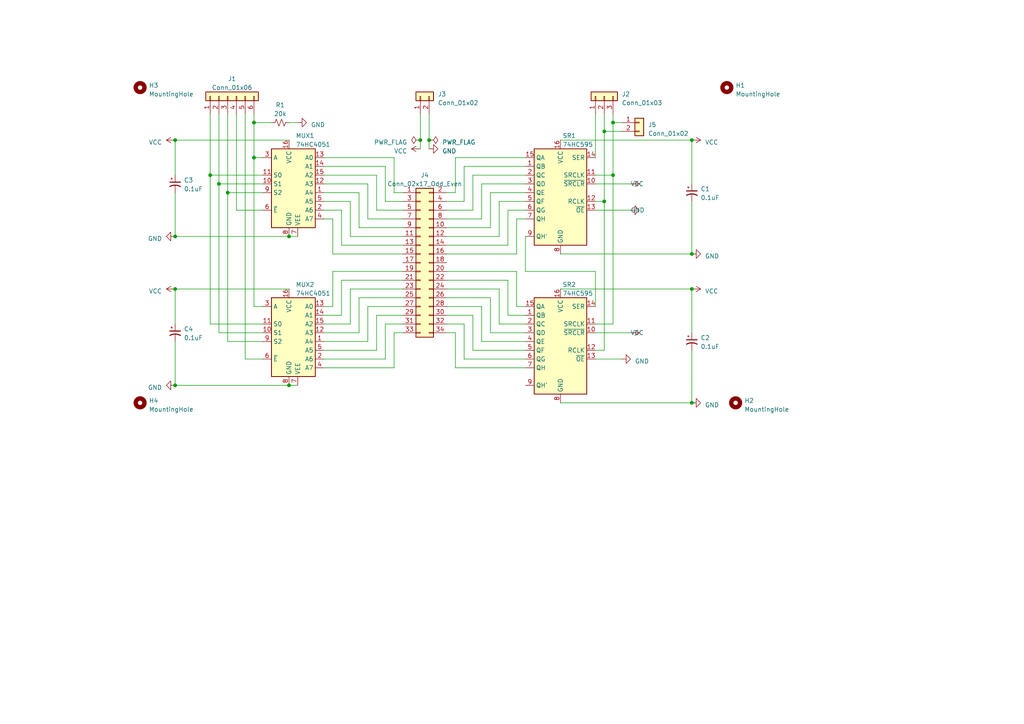
<source format=kicad_sch>
(kicad_sch (version 20230121) (generator eeschema)
  (paper "A4")
  (lib_symbols
    (symbol "74xx:74HC4051"
      (property "Reference" "U" (at -5.08 11.43 0))
      (property "Value" "74HC4051" (at -7.62 -13.97 0))
      (symbol "74HC4051_0_1"
        (rectangle (start -5.08 10.16) (end 7.62 -12.7) (stroke (width 0.254)) (fill (type background)))
      )
      (symbol "74HC4051_1_1"
        (pin passive line (at 10.16 -2.54 180) (length 2.54) (name "A4") (number "1"))
        (pin input line (at -7.62 0 0) (length 2.54) (name "S1") (number "10"))
        (pin input line (at -7.62 2.54 0) (length 2.54) (name "S0") (number "11"))
        (pin passive line (at 10.16 0 180) (length 2.54) (name "A3") (number "12"))
        (pin passive line (at 10.16 7.62 180) (length 2.54) (name "A0") (number "13"))
        (pin passive line (at 10.16 5.08 180) (length 2.54) (name "A1") (number "14"))
        (pin passive line (at 10.16 2.54 180) (length 2.54) (name "A2") (number "15"))
        (pin power_in line (at 0 12.7 270) (length 2.54) (name "VCC") (number "16"))
        (pin passive line (at 10.16 -7.62 180) (length 2.54) (name "A6") (number "2"))
        (pin passive line (at -7.62 7.62 0) (length 2.54) (name "A") (number "3"))
        (pin passive line (at 10.16 -10.16 180) (length 2.54) (name "A7") (number "4"))
        (pin passive line (at 10.16 -5.08 180) (length 2.54) (name "A5") (number "5"))
        (pin input line (at -7.62 -7.62 0) (length 2.54) (name "~{E}") (number "6"))
        (pin power_in line (at 2.54 -15.24 90) (length 2.54) (name "VEE") (number "7"))
        (pin power_in line (at 0 -15.24 90) (length 2.54) (name "GND") (number "8"))
        (pin input line (at -7.62 -2.54 0) (length 2.54) (name "S2") (number "9"))
      )
    )
    (symbol "74xx:74HC595"
      (property "Reference" "U" (at -7.62 13.97 0))
      (property "Value" "74HC595" (at -7.62 -16.51 0))
      (symbol "74HC595_1_0"
        (pin tri_state line (at 10.16 7.62 180) (length 2.54) (name "QB") (number "1"))
        (pin input line (at -10.16 2.54 0) (length 2.54) (name "~{SRCLR}") (number "10"))
        (pin input line (at -10.16 5.08 0) (length 2.54) (name "SRCLK") (number "11"))
        (pin input line (at -10.16 -2.54 0) (length 2.54) (name "RCLK") (number "12"))
        (pin input line (at -10.16 -5.08 0) (length 2.54) (name "~{OE}") (number "13"))
        (pin input line (at -10.16 10.16 0) (length 2.54) (name "SER") (number "14"))
        (pin tri_state line (at 10.16 10.16 180) (length 2.54) (name "QA") (number "15"))
        (pin power_in line (at 0 15.24 270) (length 2.54) (name "VCC") (number "16"))
        (pin tri_state line (at 10.16 5.08 180) (length 2.54) (name "QC") (number "2"))
        (pin tri_state line (at 10.16 2.54 180) (length 2.54) (name "QD") (number "3"))
        (pin tri_state line (at 10.16 0 180) (length 2.54) (name "QE") (number "4"))
        (pin tri_state line (at 10.16 -2.54 180) (length 2.54) (name "QF") (number "5"))
        (pin tri_state line (at 10.16 -5.08 180) (length 2.54) (name "QG") (number "6"))
        (pin tri_state line (at 10.16 -7.62 180) (length 2.54) (name "QH") (number "7"))
        (pin power_in line (at 0 -17.78 90) (length 2.54) (name "GND") (number "8"))
        (pin output line (at 10.16 -12.7 180) (length 2.54) (name "QH'") (number "9"))
      )
      (symbol "74HC595_1_1"
        (rectangle (start -7.62 12.7) (end 7.62 -15.24) (stroke (width 0.254)) (fill (type background)))
      )
    )
    (symbol "Connector_Generic:Conn_01x02" (pin_names (offset 1.016) hide)
      (property "Reference" "J" (at 0 2.54 0))
      (property "Value" "Conn_01x02" (at 0 -5.08 0))
      (symbol "Conn_01x02_1_1"
        (rectangle (start -1.27 -2.413) (end 0 -2.667) (stroke (width 0.1524)))
        (rectangle (start -1.27 0.127) (end 0 -0.127) (stroke (width 0.1524)))
        (rectangle (start -1.27 1.27) (end 1.27 -3.81) (stroke (width 0.254)) (fill (type background)))
        (pin passive line (at -5.08 0 0) (length 3.81) (name "Pin_1") (number "1"))
        (pin passive line (at -5.08 -2.54 0) (length 3.81) (name "Pin_2") (number "2"))
      )
    )
    (symbol "Connector_Generic:Conn_01x03" (pin_names (offset 1.016) hide)
      (property "Reference" "J" (at 0 5.08 0))
      (property "Value" "Conn_01x03" (at 0 -5.08 0))
      (symbol "Conn_01x03_1_1"
        (rectangle (start -1.27 -2.413) (end 0 -2.667) (stroke (width 0.1524)))
        (rectangle (start -1.27 0.127) (end 0 -0.127) (stroke (width 0.1524)))
        (rectangle (start -1.27 2.667) (end 0 2.413) (stroke (width 0.1524)))
        (rectangle (start -1.27 3.81) (end 1.27 -3.81) (stroke (width 0.254)) (fill (type background)))
        (pin passive line (at -5.08 2.54 0) (length 3.81) (name "Pin_1") (number "1"))
        (pin passive line (at -5.08 0 0) (length 3.81) (name "Pin_2") (number "2"))
        (pin passive line (at -5.08 -2.54 0) (length 3.81) (name "Pin_3") (number "3"))
      )
    )
    (symbol "Connector_Generic:Conn_01x06" (pin_names (offset 1.016) hide)
      (property "Reference" "J" (at 0 7.62 0))
      (property "Value" "Conn_01x06" (at 0 -10.16 0))
      (symbol "Conn_01x06_1_1"
        (rectangle (start -1.27 -7.493) (end 0 -7.747) (stroke (width 0.1524)))
        (rectangle (start -1.27 -4.953) (end 0 -5.207) (stroke (width 0.1524)))
        (rectangle (start -1.27 -2.413) (end 0 -2.667) (stroke (width 0.1524)))
        (rectangle (start -1.27 0.127) (end 0 -0.127) (stroke (width 0.1524)))
        (rectangle (start -1.27 2.667) (end 0 2.413) (stroke (width 0.1524)))
        (rectangle (start -1.27 5.207) (end 0 4.953) (stroke (width 0.1524)))
        (rectangle (start -1.27 6.35) (end 1.27 -8.89) (stroke (width 0.254)) (fill (type background)))
        (pin passive line (at -5.08 5.08 0) (length 3.81) (name "Pin_1") (number "1"))
        (pin passive line (at -5.08 2.54 0) (length 3.81) (name "Pin_2") (number "2"))
        (pin passive line (at -5.08 0 0) (length 3.81) (name "Pin_3") (number "3"))
        (pin passive line (at -5.08 -2.54 0) (length 3.81) (name "Pin_4") (number "4"))
        (pin passive line (at -5.08 -5.08 0) (length 3.81) (name "Pin_5") (number "5"))
        (pin passive line (at -5.08 -7.62 0) (length 3.81) (name "Pin_6") (number "6"))
      )
    )
    (symbol "Connector_Generic:Conn_02x17_Odd_Even" (pin_names (offset 1.016) hide)
      (property "Reference" "J" (at 1.27 22.86 0))
      (property "Value" "Conn_02x17_Odd_Even" (at 1.27 -22.86 0))
      (symbol "Conn_02x17_Odd_Even_1_1"
        (rectangle (start -1.27 -20.193) (end 0 -20.447) (stroke (width 0.1524)))
        (rectangle (start -1.27 -17.653) (end 0 -17.907) (stroke (width 0.1524)))
        (rectangle (start -1.27 -15.113) (end 0 -15.367) (stroke (width 0.1524)))
        (rectangle (start -1.27 -12.573) (end 0 -12.827) (stroke (width 0.1524)))
        (rectangle (start -1.27 -10.033) (end 0 -10.287) (stroke (width 0.1524)))
        (rectangle (start -1.27 -7.493) (end 0 -7.747) (stroke (width 0.1524)))
        (rectangle (start -1.27 -4.953) (end 0 -5.207) (stroke (width 0.1524)))
        (rectangle (start -1.27 -2.413) (end 0 -2.667) (stroke (width 0.1524)))
        (rectangle (start -1.27 0.127) (end 0 -0.127) (stroke (width 0.1524)))
        (rectangle (start -1.27 2.667) (end 0 2.413) (stroke (width 0.1524)))
        (rectangle (start -1.27 5.207) (end 0 4.953) (stroke (width 0.1524)))
        (rectangle (start -1.27 7.747) (end 0 7.493) (stroke (width 0.1524)))
        (rectangle (start -1.27 10.287) (end 0 10.033) (stroke (width 0.1524)))
        (rectangle (start -1.27 12.827) (end 0 12.573) (stroke (width 0.1524)))
        (rectangle (start -1.27 15.367) (end 0 15.113) (stroke (width 0.1524)))
        (rectangle (start -1.27 17.907) (end 0 17.653) (stroke (width 0.1524)))
        (rectangle (start -1.27 20.447) (end 0 20.193) (stroke (width 0.1524)))
        (rectangle (start -1.27 21.59) (end 3.81 -21.59) (stroke (width 0.254)) (fill (type background)))
        (rectangle (start 3.81 -20.193) (end 2.54 -20.447) (stroke (width 0.1524)))
        (rectangle (start 3.81 -17.653) (end 2.54 -17.907) (stroke (width 0.1524)))
        (rectangle (start 3.81 -15.113) (end 2.54 -15.367) (stroke (width 0.1524)))
        (rectangle (start 3.81 -12.573) (end 2.54 -12.827) (stroke (width 0.1524)))
        (rectangle (start 3.81 -10.033) (end 2.54 -10.287) (stroke (width 0.1524)))
        (rectangle (start 3.81 -7.493) (end 2.54 -7.747) (stroke (width 0.1524)))
        (rectangle (start 3.81 -4.953) (end 2.54 -5.207) (stroke (width 0.1524)))
        (rectangle (start 3.81 -2.413) (end 2.54 -2.667) (stroke (width 0.1524)))
        (rectangle (start 3.81 0.127) (end 2.54 -0.127) (stroke (width 0.1524)))
        (rectangle (start 3.81 2.667) (end 2.54 2.413) (stroke (width 0.1524)))
        (rectangle (start 3.81 5.207) (end 2.54 4.953) (stroke (width 0.1524)))
        (rectangle (start 3.81 7.747) (end 2.54 7.493) (stroke (width 0.1524)))
        (rectangle (start 3.81 10.287) (end 2.54 10.033) (stroke (width 0.1524)))
        (rectangle (start 3.81 12.827) (end 2.54 12.573) (stroke (width 0.1524)))
        (rectangle (start 3.81 15.367) (end 2.54 15.113) (stroke (width 0.1524)))
        (rectangle (start 3.81 17.907) (end 2.54 17.653) (stroke (width 0.1524)))
        (rectangle (start 3.81 20.447) (end 2.54 20.193) (stroke (width 0.1524)))
        (pin passive line (at -5.08 20.32 0) (length 3.81) (name "Pin_1") (number "1"))
        (pin passive line (at 7.62 10.16 180) (length 3.81) (name "Pin_10") (number "10"))
        (pin passive line (at -5.08 7.62 0) (length 3.81) (name "Pin_11") (number "11"))
        (pin passive line (at 7.62 7.62 180) (length 3.81) (name "Pin_12") (number "12"))
        (pin passive line (at -5.08 5.08 0) (length 3.81) (name "Pin_13") (number "13"))
        (pin passive line (at 7.62 5.08 180) (length 3.81) (name "Pin_14") (number "14"))
        (pin passive line (at -5.08 2.54 0) (length 3.81) (name "Pin_15") (number "15"))
        (pin passive line (at 7.62 2.54 180) (length 3.81) (name "Pin_16") (number "16"))
        (pin passive line (at -5.08 0 0) (length 3.81) (name "Pin_17") (number "17"))
        (pin passive line (at 7.62 0 180) (length 3.81) (name "Pin_18") (number "18"))
        (pin passive line (at -5.08 -2.54 0) (length 3.81) (name "Pin_19") (number "19"))
        (pin passive line (at 7.62 20.32 180) (length 3.81) (name "Pin_2") (number "2"))
        (pin passive line (at 7.62 -2.54 180) (length 3.81) (name "Pin_20") (number "20"))
        (pin passive line (at -5.08 -5.08 0) (length 3.81) (name "Pin_21") (number "21"))
        (pin passive line (at 7.62 -5.08 180) (length 3.81) (name "Pin_22") (number "22"))
        (pin passive line (at -5.08 -7.62 0) (length 3.81) (name "Pin_23") (number "23"))
        (pin passive line (at 7.62 -7.62 180) (length 3.81) (name "Pin_24") (number "24"))
        (pin passive line (at -5.08 -10.16 0) (length 3.81) (name "Pin_25") (number "25"))
        (pin passive line (at 7.62 -10.16 180) (length 3.81) (name "Pin_26") (number "26"))
        (pin passive line (at -5.08 -12.7 0) (length 3.81) (name "Pin_27") (number "27"))
        (pin passive line (at 7.62 -12.7 180) (length 3.81) (name "Pin_28") (number "28"))
        (pin passive line (at -5.08 -15.24 0) (length 3.81) (name "Pin_29") (number "29"))
        (pin passive line (at -5.08 17.78 0) (length 3.81) (name "Pin_3") (number "3"))
        (pin passive line (at 7.62 -15.24 180) (length 3.81) (name "Pin_30") (number "30"))
        (pin passive line (at -5.08 -17.78 0) (length 3.81) (name "Pin_31") (number "31"))
        (pin passive line (at 7.62 -17.78 180) (length 3.81) (name "Pin_32") (number "32"))
        (pin passive line (at -5.08 -20.32 0) (length 3.81) (name "Pin_33") (number "33"))
        (pin passive line (at 7.62 -20.32 180) (length 3.81) (name "Pin_34") (number "34"))
        (pin passive line (at 7.62 17.78 180) (length 3.81) (name "Pin_4") (number "4"))
        (pin passive line (at -5.08 15.24 0) (length 3.81) (name "Pin_5") (number "5"))
        (pin passive line (at 7.62 15.24 180) (length 3.81) (name "Pin_6") (number "6"))
        (pin passive line (at -5.08 12.7 0) (length 3.81) (name "Pin_7") (number "7"))
        (pin passive line (at 7.62 12.7 180) (length 3.81) (name "Pin_8") (number "8"))
        (pin passive line (at -5.08 10.16 0) (length 3.81) (name "Pin_9") (number "9"))
      )
    )
    (symbol "Device:C_Polarized_Small_US" (pin_numbers hide) (pin_names (offset 0.254) hide)
      (property "Reference" "C" (at 0.254 1.778 0))
      (property "Value" "C_Polarized_Small_US" (at 0.254 -2.032 0))
      (symbol "C_Polarized_Small_US_0_1"
        (polyline (pts (xy -1.524 0.508) (xy 1.524 0.508)) (stroke (width 0.3048)))
        (polyline (pts (xy -1.27 1.524) (xy -0.762 1.524)))
        (polyline (pts (xy -1.016 1.27) (xy -1.016 1.778)))
        (arc (start 1.524 -0.762) (mid 0 -0.3734) (end -1.524 -0.762) (stroke (width 0.3048)))
      )
      (symbol "C_Polarized_Small_US_1_1"
        (pin passive line (at 0 2.54 270) (length 2.032) (name "~") (number "1"))
        (pin passive line (at 0 -2.54 90) (length 2.032) (name "~") (number "2"))
      )
    )
    (symbol "Device:R_Small_US" (pin_numbers hide) (pin_names (offset 0.254) hide)
      (property "Reference" "R" (at 0.762 0.508 0))
      (property "Value" "R_Small_US" (at 0.762 -1.016 0))
      (symbol "R_Small_US_1_1"
        (polyline (pts (xy 0 0) (xy 1.016 -0.381) (xy 0 -0.762) (xy -1.016 -1.143) (xy 0 -1.524)))
        (polyline (pts (xy 0 1.524) (xy 1.016 1.143) (xy 0 0.762) (xy -1.016 0.381) (xy 0 0)))
        (pin passive line (at 0 2.54 270) (length 1.016) (name "~") (number "1"))
        (pin passive line (at 0 -2.54 90) (length 1.016) (name "~") (number "2"))
      )
    )
    (symbol "Mechanical:MountingHole" (pin_names (offset 1.016))
      (property "Reference" "H" (at 0 5.08 0))
      (property "Value" "MountingHole" (at 0 3.175 0))
      (symbol "MountingHole_0_1"
        (circle (center 0 0) (radius 1.27) (stroke (width 1.27)))
      )
    )
    (symbol "power:GND" (power) (pin_names (offset 0))
      (property "Value" "GND" (at 0 -3.81 0))
      (symbol "GND_0_1"
        (polyline (pts (xy 0 0) (xy 0 -1.27) (xy 1.27 -1.27) (xy 0 -2.54) (xy -1.27 -1.27) (xy 0 -1.27)))
      )
      (symbol "GND_1_1"
        (pin power_in line (at 0 0 270) (length 0) hide (name "GND") (number "1"))
      )
    )
    (symbol "power:PWR_FLAG" (power) (pin_numbers hide) (pin_names (offset 0) hide)
      (property "Value" "PWR_FLAG" (at 0 3.81 0))
      (symbol "PWR_FLAG_0_0"
        (pin power_out line (at 0 0 90) (length 0) (name "pwr") (number "1"))
      )
      (symbol "PWR_FLAG_0_1"
        (polyline (pts (xy 0 0) (xy 0 1.27) (xy -1.016 1.905) (xy 0 2.54) (xy 1.016 1.905) (xy 0 1.27)))
      )
    )
    (symbol "power:VCC" (power) (pin_names (offset 0))
      (property "Value" "VCC" (at 0 3.81 0))
      (symbol "VCC_0_1"
        (polyline (pts (xy -0.762 1.27) (xy 0 2.54)))
        (polyline (pts (xy 0 0) (xy 0 2.54)))
        (polyline (pts (xy 0 2.54) (xy 0.762 1.27)))
      )
      (symbol "VCC_1_1"
        (pin power_in line (at 0 0 90) (length 0) hide (name "VCC") (number "1"))
      )
    )
  )
  (junction (at 200.66 83.82))
  (junction (at 175.26 58.42))
  (junction (at 50.8 111.76))
  (junction (at 200.66 73.66))
  (junction (at 73.66 45.72))
  (junction (at 63.5 53.34))
  (junction (at 66.04 55.88))
  (junction (at 121.92 40.64))
  (junction (at 124.46 40.64))
  (junction (at 83.82 68.58))
  (junction (at 83.82 111.76))
  (junction (at 50.8 68.58))
  (junction (at 60.96 50.8))
  (junction (at 177.8 50.8))
  (junction (at 50.8 40.64))
  (junction (at 73.66 35.56))
  (junction (at 175.26 38.1))
  (junction (at 50.8 83.82))
  (junction (at 200.66 40.64))
  (junction (at 200.66 116.84))
  (junction (at 177.8 35.56))
  (wire (pts (xy 152.4 78.74) (xy 172.72 78.74)))
  (wire (pts (xy 101.6 58.42) (xy 101.6 68.58)))
  (wire (pts (xy 147.32 91.44) (xy 152.4 91.44)))
  (wire (pts (xy 129.54 71.12) (xy 147.32 71.12)))
  (wire (pts (xy 66.04 99.06) (xy 76.2 99.06)))
  (wire (pts (xy 99.06 60.96) (xy 99.06 71.12)))
  (wire (pts (xy 50.8 83.82) (xy 83.82 83.82)))
  (wire (pts (xy 66.04 99.06) (xy 66.04 55.88)))
  (wire (pts (xy 83.82 111.76) (xy 86.36 111.76)))
  (wire (pts (xy 68.58 33.02) (xy 68.58 60.96)))
  (wire (pts (xy 162.56 73.66) (xy 200.66 73.66)))
  (wire (pts (xy 83.82 68.58) (xy 86.36 68.58)))
  (wire (pts (xy 149.86 78.74) (xy 149.86 88.9)))
  (wire (pts (xy 149.86 88.9) (xy 152.4 88.9)))
  (wire (pts (xy 114.3 96.52) (xy 114.3 106.68)))
  (wire (pts (xy 124.46 43.18) (xy 124.46 40.64)))
  (wire (pts (xy 60.96 50.8) (xy 60.96 93.98)))
  (wire (pts (xy 129.54 55.88) (xy 132.08 55.88)))
  (wire (pts (xy 83.82 35.56) (xy 86.36 35.56)))
  (wire (pts (xy 111.76 58.42) (xy 116.84 58.42)))
  (wire (pts (xy 129.54 81.28) (xy 147.32 81.28)))
  (wire (pts (xy 111.76 93.98) (xy 116.84 93.98)))
  (wire (pts (xy 114.3 106.68) (xy 93.98 106.68)))
  (wire (pts (xy 99.06 91.44) (xy 93.98 91.44)))
  (wire (pts (xy 175.26 58.42) (xy 175.26 101.6)))
  (wire (pts (xy 104.14 55.88) (xy 104.14 66.04)))
  (wire (pts (xy 104.14 55.88) (xy 93.98 55.88)))
  (wire (pts (xy 114.3 55.88) (xy 116.84 55.88)))
  (wire (pts (xy 50.8 40.64) (xy 83.82 40.64)))
  (wire (pts (xy 99.06 60.96) (xy 93.98 60.96)))
  (wire (pts (xy 106.68 63.5) (xy 116.84 63.5)))
  (wire (pts (xy 111.76 48.26) (xy 111.76 58.42)))
  (wire (pts (xy 139.7 88.9) (xy 139.7 99.06)))
  (wire (pts (xy 172.72 60.96) (xy 182.88 60.96)))
  (wire (pts (xy 134.62 93.98) (xy 134.62 104.14)))
  (wire (pts (xy 142.24 55.88) (xy 152.4 55.88)))
  (wire (pts (xy 147.32 60.96) (xy 152.4 60.96)))
  (wire (pts (xy 71.12 104.14) (xy 76.2 104.14)))
  (wire (pts (xy 50.8 99.06) (xy 50.8 111.76)))
  (wire (pts (xy 93.98 53.34) (xy 106.68 53.34)))
  (wire (pts (xy 106.68 99.06) (xy 106.68 88.9)))
  (wire (pts (xy 73.66 45.72) (xy 73.66 88.9)))
  (wire (pts (xy 114.3 45.72) (xy 114.3 55.88)))
  (wire (pts (xy 177.8 35.56) (xy 180.34 35.56)))
  (wire (pts (xy 137.16 101.6) (xy 152.4 101.6)))
  (wire (pts (xy 129.54 58.42) (xy 134.62 58.42)))
  (wire (pts (xy 149.86 73.66) (xy 149.86 63.5)))
  (wire (pts (xy 73.66 33.02) (xy 73.66 35.56)))
  (wire (pts (xy 149.86 63.5) (xy 152.4 63.5)))
  (wire (pts (xy 132.08 96.52) (xy 132.08 106.68)))
  (wire (pts (xy 93.98 93.98) (xy 101.6 93.98)))
  (wire (pts (xy 50.8 93.98) (xy 50.8 83.82)))
  (wire (pts (xy 73.66 88.9) (xy 76.2 88.9)))
  (wire (pts (xy 104.14 96.52) (xy 93.98 96.52)))
  (wire (pts (xy 129.54 86.36) (xy 142.24 86.36)))
  (wire (pts (xy 129.54 96.52) (xy 132.08 96.52)))
  (wire (pts (xy 200.66 73.66) (xy 200.66 58.42)))
  (wire (pts (xy 129.54 66.04) (xy 142.24 66.04)))
  (wire (pts (xy 50.8 111.76) (xy 83.82 111.76)))
  (wire (pts (xy 177.8 50.8) (xy 177.8 35.56)))
  (wire (pts (xy 177.8 35.56) (xy 177.8 33.02)))
  (wire (pts (xy 175.26 38.1) (xy 180.34 38.1)))
  (wire (pts (xy 162.56 40.64) (xy 200.66 40.64)))
  (wire (pts (xy 129.54 63.5) (xy 139.7 63.5)))
  (wire (pts (xy 63.5 96.52) (xy 76.2 96.52)))
  (wire (pts (xy 132.08 55.88) (xy 132.08 45.72)))
  (wire (pts (xy 124.46 33.02) (xy 124.46 40.64)))
  (wire (pts (xy 200.66 83.82) (xy 200.66 96.52)))
  (wire (pts (xy 71.12 33.02) (xy 71.12 104.14)))
  (wire (pts (xy 60.96 50.8) (xy 60.96 33.02)))
  (wire (pts (xy 129.54 88.9) (xy 139.7 88.9)))
  (wire (pts (xy 152.4 68.58) (xy 152.4 78.74)))
  (wire (pts (xy 109.22 101.6) (xy 93.98 101.6)))
  (wire (pts (xy 172.72 104.14) (xy 180.34 104.14)))
  (wire (pts (xy 139.7 63.5) (xy 139.7 53.34)))
  (wire (pts (xy 121.92 33.02) (xy 121.92 40.64)))
  (wire (pts (xy 104.14 86.36) (xy 104.14 96.52)))
  (wire (pts (xy 96.52 88.9) (xy 96.52 78.74)))
  (wire (pts (xy 134.62 48.26) (xy 152.4 48.26)))
  (wire (pts (xy 99.06 81.28) (xy 99.06 91.44)))
  (wire (pts (xy 73.66 45.72) (xy 76.2 45.72)))
  (wire (pts (xy 147.32 81.28) (xy 147.32 91.44)))
  (wire (pts (xy 73.66 35.56) (xy 73.66 45.72)))
  (wire (pts (xy 129.54 93.98) (xy 134.62 93.98)))
  (wire (pts (xy 175.26 58.42) (xy 175.26 38.1)))
  (wire (pts (xy 142.24 96.52) (xy 152.4 96.52)))
  (wire (pts (xy 101.6 68.58) (xy 116.84 68.58)))
  (wire (pts (xy 109.22 91.44) (xy 109.22 101.6)))
  (wire (pts (xy 200.66 40.64) (xy 200.66 53.34)))
  (wire (pts (xy 162.56 83.82) (xy 200.66 83.82)))
  (wire (pts (xy 121.92 43.18) (xy 121.92 40.64)))
  (wire (pts (xy 144.78 83.82) (xy 144.78 93.98)))
  (wire (pts (xy 109.22 50.8) (xy 109.22 60.96)))
  (wire (pts (xy 50.8 55.88) (xy 50.8 68.58)))
  (wire (pts (xy 134.62 104.14) (xy 152.4 104.14)))
  (wire (pts (xy 200.66 116.84) (xy 200.66 101.6)))
  (wire (pts (xy 101.6 83.82) (xy 116.84 83.82)))
  (wire (pts (xy 129.54 78.74) (xy 149.86 78.74)))
  (wire (pts (xy 129.54 91.44) (xy 137.16 91.44)))
  (wire (pts (xy 172.72 58.42) (xy 175.26 58.42)))
  (wire (pts (xy 142.24 66.04) (xy 142.24 55.88)))
  (wire (pts (xy 172.72 33.02) (xy 172.72 45.72)))
  (wire (pts (xy 93.98 48.26) (xy 111.76 48.26)))
  (wire (pts (xy 93.98 104.14) (xy 111.76 104.14)))
  (wire (pts (xy 172.72 96.52) (xy 182.88 96.52)))
  (wire (pts (xy 93.98 88.9) (xy 96.52 88.9)))
  (wire (pts (xy 66.04 33.02) (xy 66.04 55.88)))
  (wire (pts (xy 139.7 53.34) (xy 152.4 53.34)))
  (wire (pts (xy 116.84 60.96) (xy 109.22 60.96)))
  (wire (pts (xy 63.5 53.34) (xy 63.5 33.02)))
  (wire (pts (xy 109.22 91.44) (xy 116.84 91.44)))
  (wire (pts (xy 99.06 81.28) (xy 116.84 81.28)))
  (wire (pts (xy 101.6 93.98) (xy 101.6 83.82)))
  (wire (pts (xy 175.26 38.1) (xy 175.26 33.02)))
  (wire (pts (xy 144.78 93.98) (xy 152.4 93.98)))
  (wire (pts (xy 132.08 45.72) (xy 152.4 45.72)))
  (wire (pts (xy 132.08 106.68) (xy 152.4 106.68)))
  (wire (pts (xy 144.78 58.42) (xy 152.4 58.42)))
  (wire (pts (xy 144.78 68.58) (xy 144.78 58.42)))
  (wire (pts (xy 111.76 104.14) (xy 111.76 93.98)))
  (wire (pts (xy 129.54 73.66) (xy 149.86 73.66)))
  (wire (pts (xy 93.98 99.06) (xy 106.68 99.06)))
  (wire (pts (xy 63.5 53.34) (xy 76.2 53.34)))
  (wire (pts (xy 172.72 93.98) (xy 177.8 93.98)))
  (wire (pts (xy 60.96 93.98) (xy 76.2 93.98)))
  (wire (pts (xy 116.84 71.12) (xy 99.06 71.12)))
  (wire (pts (xy 172.72 53.34) (xy 182.88 53.34)))
  (wire (pts (xy 106.68 88.9) (xy 116.84 88.9)))
  (wire (pts (xy 96.52 63.5) (xy 96.52 73.66)))
  (wire (pts (xy 73.66 35.56) (xy 78.74 35.56)))
  (wire (pts (xy 104.14 86.36) (xy 116.84 86.36)))
  (wire (pts (xy 172.72 78.74) (xy 172.72 88.9)))
  (wire (pts (xy 137.16 91.44) (xy 137.16 101.6)))
  (wire (pts (xy 177.8 93.98) (xy 177.8 50.8)))
  (wire (pts (xy 172.72 50.8) (xy 177.8 50.8)))
  (wire (pts (xy 68.58 60.96) (xy 76.2 60.96)))
  (wire (pts (xy 162.56 116.84) (xy 200.66 116.84)))
  (wire (pts (xy 66.04 55.88) (xy 76.2 55.88)))
  (wire (pts (xy 114.3 96.52) (xy 116.84 96.52)))
  (wire (pts (xy 129.54 60.96) (xy 137.16 60.96)))
  (wire (pts (xy 137.16 50.8) (xy 152.4 50.8)))
  (wire (pts (xy 106.68 53.34) (xy 106.68 63.5)))
  (wire (pts (xy 93.98 58.42) (xy 101.6 58.42)))
  (wire (pts (xy 96.52 78.74) (xy 116.84 78.74)))
  (wire (pts (xy 50.8 50.8) (xy 50.8 40.64)))
  (wire (pts (xy 96.52 73.66) (xy 116.84 73.66)))
  (wire (pts (xy 116.84 66.04) (xy 104.14 66.04)))
  (wire (pts (xy 93.98 63.5) (xy 96.52 63.5)))
  (wire (pts (xy 172.72 101.6) (xy 175.26 101.6)))
  (wire (pts (xy 134.62 58.42) (xy 134.62 48.26)))
  (wire (pts (xy 93.98 50.8) (xy 109.22 50.8)))
  (wire (pts (xy 93.98 45.72) (xy 114.3 45.72)))
  (wire (pts (xy 129.54 68.58) (xy 144.78 68.58)))
  (wire (pts (xy 139.7 99.06) (xy 152.4 99.06)))
  (wire (pts (xy 63.5 96.52) (xy 63.5 53.34)))
  (wire (pts (xy 50.8 68.58) (xy 83.82 68.58)))
  (wire (pts (xy 137.16 60.96) (xy 137.16 50.8)))
  (wire (pts (xy 60.96 50.8) (xy 76.2 50.8)))
  (wire (pts (xy 129.54 83.82) (xy 144.78 83.82)))
  (wire (pts (xy 142.24 86.36) (xy 142.24 96.52)))
  (wire (pts (xy 147.32 71.12) (xy 147.32 60.96)))
  (symbol (lib_id "power:VCC") (at 50.8 40.64 90) (unit 1)
    (property "Reference" "#PWR012" (effects hide))
    (property "Value" "VCC" (at 46.99 41.275 90) (effects (justify left)))
  )
  (symbol (lib_id "Device:C_Polarized_Small_US") (at 200.66 99.06 0) (unit 1)
    (property "Reference" "C2" (at 203.2 97.9932 0) (effects (justify left)))
    (property "Value" "0.1uF" (at 203.2 100.5332 0) (effects (justify left)))
    (property "Footprint" "Capacitor_THT:CP_Radial_D4.0mm_P2.00mm" (effects hide))
  )
  (symbol (lib_id "Device:C_Polarized_Small_US") (at 50.8 96.52 0) (unit 1)
    (property "Reference" "C4" (at 53.34 95.4532 0) (effects (justify left)))
    (property "Value" "0.1uF" (at 53.34 97.9932 0) (effects (justify left)))
    (property "Footprint" "Capacitor_THT:CP_Radial_D4.0mm_P2.00mm" (effects hide))
  )
  (symbol (lib_id "power:VCC") (at 182.88 53.34 270) (unit 1)
    (property "Reference" "#PWR03" (effects hide))
    (property "Value" "VCC" (at 182.88 53.34 90) (effects (justify left)))
  )
  (symbol (lib_id "power:GND") (at 200.66 116.84 90) (unit 1)
    (property "Reference" "#PWR07" (effects hide))
    (property "Value" "GND" (at 204.47 117.475 90) (effects (justify right)))
  )
  (symbol (lib_id "Device:C_Polarized_Small_US") (at 200.66 55.88 0) (unit 1)
    (property "Reference" "C1" (at 203.2 54.8132 0) (effects (justify left)))
    (property "Value" "0.1uF" (at 203.2 57.3532 0) (effects (justify left)))
    (property "Footprint" "Capacitor_THT:CP_Radial_D4.0mm_P2.00mm" (effects hide))
  )
  (symbol (lib_id "power:GND") (at 200.66 73.66 90) (unit 1)
    (property "Reference" "#PWR08" (effects hide))
    (property "Value" "GND" (at 204.47 74.295 90) (effects (justify right)))
  )
  (symbol (lib_id "power:GND") (at 86.36 35.56 90) (unit 1)
    (property "Reference" "#PWR015" (effects hide))
    (property "Value" "GND" (at 90.17 36.195 90) (effects (justify right)))
  )
  (symbol (lib_id "74xx:74HC4051") (at 83.82 53.34 0) (unit 1)
    (property "Reference" "MUX1" (at 85.7759 39.37 0) (effects (justify left)))
    (property "Value" "74HC4051" (at 85.7759 41.91 0) (effects (justify left)))
    (property "Footprint" "Package_DIP:DIP-16_W7.62mm_Socket" (effects hide))
    (property "Datasheet" "http://www.ti.com/lit/ds/symlink/cd74hc4051.pdf" (effects hide))
  )
  (symbol (lib_id "74xx:74HC4051") (at 83.82 96.52 0) (unit 1)
    (property "Reference" "MUX2" (at 85.7759 82.55 0) (effects (justify left)))
    (property "Value" "74HC4051" (at 85.7759 85.09 0) (effects (justify left)))
    (property "Footprint" "Package_DIP:DIP-16_W7.62mm_Socket" (effects hide))
    (property "Datasheet" "http://www.ti.com/lit/ds/symlink/cd74hc4051.pdf" (effects hide))
  )
  (symbol (lib_id "Mechanical:MountingHole") (at 40.64 25.4 0) (unit 1)
    (property "Reference" "H3" (at 43.18 24.765 0) (effects (justify left)))
    (property "Value" "MountingHole" (at 43.18 27.305 0) (effects (justify left)))
    (property "Footprint" "MountingHole:MountingHole_2.7mm_M2.5_DIN965_Pad" (effects hide))
  )
  (symbol (lib_id "Mechanical:MountingHole") (at 210.82 25.4 0) (unit 1)
    (property "Reference" "H1" (at 213.36 24.765 0) (effects (justify left)))
    (property "Value" "MountingHole" (at 213.36 27.305 0) (effects (justify left)))
    (property "Footprint" "MountingHole:MountingHole_2.7mm_M2.5_DIN965_Pad" (effects hide))
  )
  (symbol (lib_id "Connector_Generic:Conn_01x02") (at 185.42 35.56 0) (unit 1)
    (property "Reference" "J5" (at 187.96 36.195 0) (effects (justify left)))
    (property "Value" "Conn_01x02" (at 187.96 38.735 0) (effects (justify left)))
    (property "Footprint" "Connector_PinHeader_2.54mm:PinHeader_1x02_P2.54mm_Vertical" (effects hide))
  )
  (symbol (lib_id "power:GND") (at 50.8 111.76 270) (unit 1)
    (property "Reference" "#PWR09" (effects hide))
    (property "Value" "GND" (at 46.99 112.395 90) (effects (justify right)))
  )
  (symbol (lib_id "74xx:74HC595") (at 162.56 99.06 0) (mirror y) (unit 1)
    (property "Reference" "SR2" (at 163.1441 82.55 0) (effects (justify right)))
    (property "Value" "74HC595" (at 163.1441 85.09 0) (effects (justify right)))
    (property "Footprint" "Package_DIP:DIP-16_W7.62mm_Socket" (effects hide))
    (property "Datasheet" "http://www.ti.com/lit/ds/symlink/sn74hc595.pdf" (effects hide))
  )
  (symbol (lib_id "74xx:74HC595") (at 162.56 55.88 0) (mirror y) (unit 1)
    (property "Reference" "SR1" (at 163.1441 39.37 0) (effects (justify right)))
    (property "Value" "74HC595" (at 163.1441 41.91 0) (effects (justify right)))
    (property "Footprint" "Package_DIP:DIP-16_W7.62mm_Socket" (effects hide))
    (property "Datasheet" "http://www.ti.com/lit/ds/symlink/sn74hc595.pdf" (effects hide))
  )
  (symbol (lib_id "Connector_Generic:Conn_02x17_Odd_Even") (at 121.92 76.2 0) (unit 1)
    (property "Reference" "J4" (at 123.19 50.8 0))
    (property "Value" "Conn_02x17_Odd_Even" (at 123.19 53.34 0))
    (property "Footprint" "Connector_IDC:IDC-Header_2x17_P2.54mm_Vertical" (effects hide))
  )
  (symbol (lib_id "power:GND") (at 124.46 43.18 90) (unit 1)
    (property "Reference" "#PWR013" (effects hide))
    (property "Value" "GND" (at 128.27 43.815 90) (effects (justify right)))
  )
  (symbol (lib_id "power:VCC") (at 182.88 96.52 270) (unit 1)
    (property "Reference" "#PWR04" (effects hide))
    (property "Value" "VCC" (at 182.88 96.52 90) (effects (justify left)))
  )
  (symbol (lib_id "power:VCC") (at 200.66 40.64 270) (unit 1)
    (property "Reference" "#PWR05" (effects hide))
    (property "Value" "VCC" (at 204.47 41.275 90) (effects (justify left)))
  )
  (symbol (lib_id "Mechanical:MountingHole") (at 40.64 116.84 0) (unit 1)
    (property "Reference" "H4" (at 43.18 116.205 0) (effects (justify left)))
    (property "Value" "MountingHole" (at 43.18 118.745 0) (effects (justify left)))
    (property "Footprint" "MountingHole:MountingHole_2.7mm_M2.5_DIN965_Pad" (effects hide))
  )
  (symbol (lib_id "power:GND") (at 50.8 68.58 270) (unit 1)
    (property "Reference" "#PWR010" (effects hide))
    (property "Value" "GND" (at 46.99 69.215 90) (effects (justify right)))
  )
  (symbol (lib_id "Device:R_Small_US") (at 81.28 35.56 90) (unit 1)
    (property "Reference" "R1" (at 81.28 30.48 90))
    (property "Value" "20k" (at 81.28 33.02 90))
    (property "Footprint" "Resistor_THT:R_Axial_DIN0207_L6.3mm_D2.5mm_P10.16mm_Horizontal" (effects hide))
  )
  (symbol (lib_id "Connector_Generic:Conn_01x06") (at 66.04 27.94 90) (unit 1)
    (property "Reference" "J1" (at 67.31 22.86 90))
    (property "Value" "Conn_01x06" (at 67.31 25.4 90))
    (property "Footprint" "Connector_JST:JST_XH_S6B-XH-A-1_1x06_P2.50mm_Horizontal" (effects hide))
  )
  (symbol (lib_id "Device:C_Polarized_Small_US") (at 50.8 53.34 0) (unit 1)
    (property "Reference" "C3" (at 53.34 52.2732 0) (effects (justify left)))
    (property "Value" "0.1uF" (at 53.34 54.8132 0) (effects (justify left)))
    (property "Footprint" "Capacitor_THT:CP_Radial_D4.0mm_P2.00mm" (effects hide))
  )
  (symbol (lib_id "power:VCC") (at 200.66 83.82 270) (unit 1)
    (property "Reference" "#PWR06" (effects hide))
    (property "Value" "VCC" (at 204.47 84.455 90) (effects (justify left)))
  )
  (symbol (lib_id "Connector_Generic:Conn_01x03") (at 175.26 27.94 90) (unit 1)
    (property "Reference" "J2" (at 180.34 27.305 90) (effects (justify right)))
    (property "Value" "Conn_01x03" (at 180.34 29.845 90) (effects (justify right)))
    (property "Footprint" "Connector_JST:JST_XH_S3B-XH-A-1_1x03_P2.50mm_Horizontal" (effects hide))
  )
  (symbol (lib_id "power:VCC") (at 121.92 43.18 90) (unit 1)
    (property "Reference" "#PWR014" (effects hide))
    (property "Value" "VCC" (at 118.11 43.815 90) (effects (justify left)))
  )
  (symbol (lib_id "power:GND") (at 182.88 60.96 90) (unit 1)
    (property "Reference" "#PWR01" (effects hide))
    (property "Value" "GND" (at 182.88 60.96 90) (effects (justify right)))
  )
  (symbol (lib_id "power:VCC") (at 50.8 83.82 90) (unit 1)
    (property "Reference" "#PWR011" (effects hide))
    (property "Value" "VCC" (at 46.99 84.455 90) (effects (justify left)))
  )
  (symbol (lib_id "power:PWR_FLAG") (at 121.92 40.64 90) (unit 1)
    (property "Reference" "#FLG02" (effects hide))
    (property "Value" "PWR_FLAG" (at 118.11 41.275 90) (effects (justify left)))
  )
  (symbol (lib_id "power:PWR_FLAG") (at 124.46 40.64 270) (unit 1)
    (property "Reference" "#FLG01" (effects hide))
    (property "Value" "PWR_FLAG" (at 128.27 41.275 90) (effects (justify left)))
  )
  (symbol (lib_id "Connector_Generic:Conn_01x02") (at 121.92 27.94 90) (unit 1)
    (property "Reference" "J3" (at 127 27.305 90) (effects (justify right)))
    (property "Value" "Conn_01x02" (at 127 29.845 90) (effects (justify right)))
    (property "Footprint" "Connector_PinHeader_2.54mm:PinHeader_1x02_P2.54mm_Vertical" (effects hide))
  )
  (symbol (lib_id "Mechanical:MountingHole") (at 213.36 116.84 0) (unit 1)
    (property "Reference" "H2" (at 215.9 116.205 0) (effects (justify left)))
    (property "Value" "MountingHole" (at 215.9 118.745 0) (effects (justify left)))
    (property "Footprint" "MountingHole:MountingHole_2.7mm_M2.5_DIN965_Pad" (effects hide))
  )
  (symbol (lib_id "power:GND") (at 180.34 104.14 90) (unit 1)
    (property "Reference" "#PWR02" (effects hide))
    (property "Value" "GND" (at 184.15 104.775 90) (effects (justify right)))
  )
)
</source>
